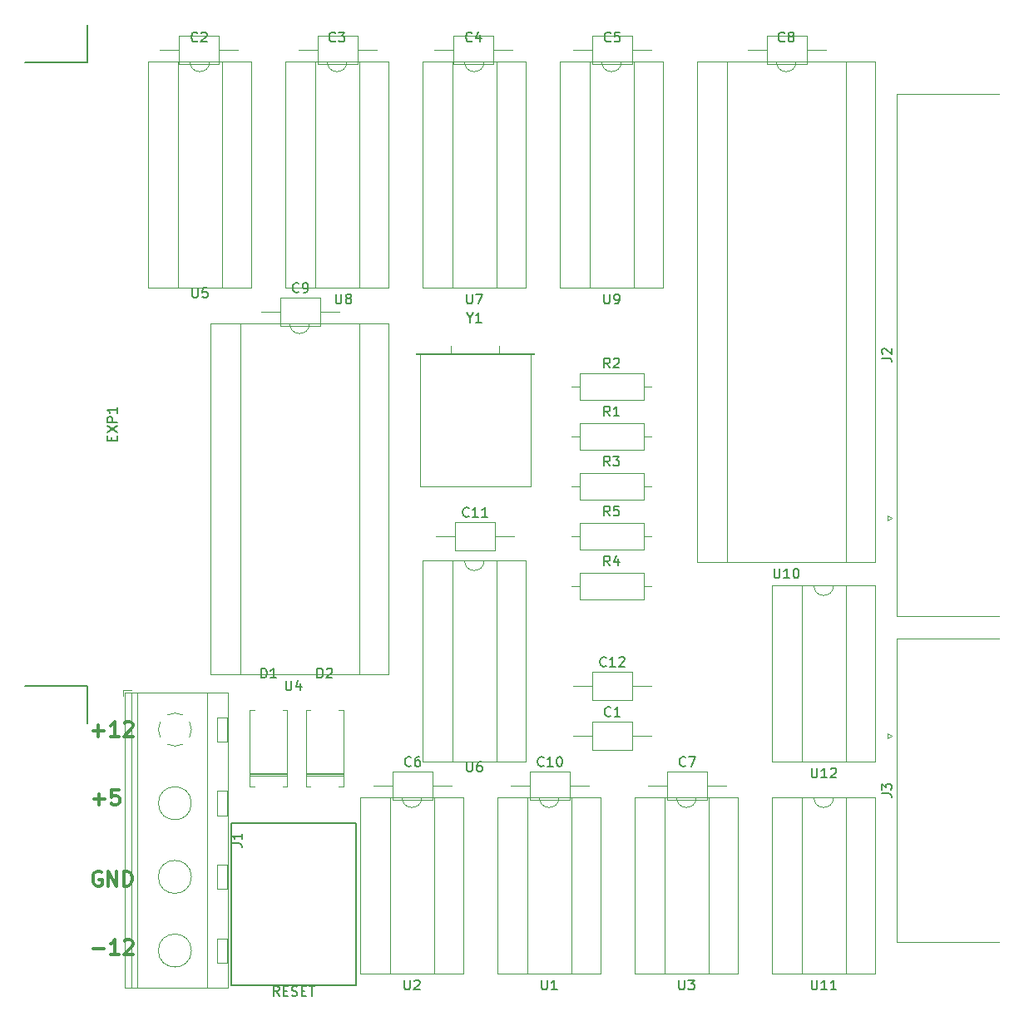
<source format=gbr>
G04 #@! TF.GenerationSoftware,KiCad,Pcbnew,5.1.4+dfsg1-1*
G04 #@! TF.CreationDate,2020-04-11T15:03:04+12:00*
G04 #@! TF.ProjectId,TIM1,54494d31-2e6b-4696-9361-645f70636258,rev?*
G04 #@! TF.SameCoordinates,Original*
G04 #@! TF.FileFunction,Legend,Top*
G04 #@! TF.FilePolarity,Positive*
%FSLAX46Y46*%
G04 Gerber Fmt 4.6, Leading zero omitted, Abs format (unit mm)*
G04 Created by KiCad (PCBNEW 5.1.4+dfsg1-1) date 2020-04-11 15:03:04*
%MOMM*%
%LPD*%
G04 APERTURE LIST*
%ADD10C,0.300000*%
%ADD11C,0.150000*%
%ADD12C,0.120000*%
G04 APERTURE END LIST*
D10*
X130080000Y-123297142D02*
X131222857Y-123297142D01*
X132722857Y-123868571D02*
X131865714Y-123868571D01*
X132294285Y-123868571D02*
X132294285Y-122368571D01*
X132151428Y-122582857D01*
X132008571Y-122725714D01*
X131865714Y-122797142D01*
X133294285Y-122511428D02*
X133365714Y-122440000D01*
X133508571Y-122368571D01*
X133865714Y-122368571D01*
X134008571Y-122440000D01*
X134080000Y-122511428D01*
X134151428Y-122654285D01*
X134151428Y-122797142D01*
X134080000Y-123011428D01*
X133222857Y-123868571D01*
X134151428Y-123868571D01*
X130937142Y-115455000D02*
X130794285Y-115383571D01*
X130580000Y-115383571D01*
X130365714Y-115455000D01*
X130222857Y-115597857D01*
X130151428Y-115740714D01*
X130080000Y-116026428D01*
X130080000Y-116240714D01*
X130151428Y-116526428D01*
X130222857Y-116669285D01*
X130365714Y-116812142D01*
X130580000Y-116883571D01*
X130722857Y-116883571D01*
X130937142Y-116812142D01*
X131008571Y-116740714D01*
X131008571Y-116240714D01*
X130722857Y-116240714D01*
X131651428Y-116883571D02*
X131651428Y-115383571D01*
X132508571Y-116883571D01*
X132508571Y-115383571D01*
X133222857Y-116883571D02*
X133222857Y-115383571D01*
X133580000Y-115383571D01*
X133794285Y-115455000D01*
X133937142Y-115597857D01*
X134008571Y-115740714D01*
X134080000Y-116026428D01*
X134080000Y-116240714D01*
X134008571Y-116526428D01*
X133937142Y-116669285D01*
X133794285Y-116812142D01*
X133580000Y-116883571D01*
X133222857Y-116883571D01*
X130159285Y-108057142D02*
X131302142Y-108057142D01*
X130730714Y-108628571D02*
X130730714Y-107485714D01*
X132730714Y-107128571D02*
X132016428Y-107128571D01*
X131945000Y-107842857D01*
X132016428Y-107771428D01*
X132159285Y-107700000D01*
X132516428Y-107700000D01*
X132659285Y-107771428D01*
X132730714Y-107842857D01*
X132802142Y-107985714D01*
X132802142Y-108342857D01*
X132730714Y-108485714D01*
X132659285Y-108557142D01*
X132516428Y-108628571D01*
X132159285Y-108628571D01*
X132016428Y-108557142D01*
X131945000Y-108485714D01*
X130080000Y-101072142D02*
X131222857Y-101072142D01*
X130651428Y-101643571D02*
X130651428Y-100500714D01*
X132722857Y-101643571D02*
X131865714Y-101643571D01*
X132294285Y-101643571D02*
X132294285Y-100143571D01*
X132151428Y-100357857D01*
X132008571Y-100500714D01*
X131865714Y-100572142D01*
X133294285Y-100286428D02*
X133365714Y-100215000D01*
X133508571Y-100143571D01*
X133865714Y-100143571D01*
X134008571Y-100215000D01*
X134080000Y-100286428D01*
X134151428Y-100429285D01*
X134151428Y-100572142D01*
X134080000Y-100786428D01*
X133222857Y-101643571D01*
X134151428Y-101643571D01*
D11*
X144145000Y-127000000D02*
X144145000Y-110490000D01*
X156845000Y-127000000D02*
X144145000Y-127000000D01*
X156845000Y-110490000D02*
X156845000Y-127000000D01*
X144145000Y-110490000D02*
X156845000Y-110490000D01*
D12*
X133130000Y-96915000D02*
X133130000Y-97515000D01*
X133970000Y-96915000D02*
X133130000Y-96915000D01*
X143731000Y-124715000D02*
X142731000Y-124715000D01*
X143731000Y-122215000D02*
X142731000Y-122215000D01*
X142731000Y-122215000D02*
X142731000Y-124715000D01*
X143731000Y-122215000D02*
X143731000Y-124715000D01*
X143731000Y-117215000D02*
X142731000Y-117215000D01*
X143731000Y-114715000D02*
X142731000Y-114715000D01*
X142731000Y-114715000D02*
X142731000Y-117215000D01*
X143731000Y-114715000D02*
X143731000Y-117215000D01*
X143731000Y-109715000D02*
X142731000Y-109715000D01*
X143731000Y-107215000D02*
X142731000Y-107215000D01*
X142731000Y-107215000D02*
X142731000Y-109715000D01*
X143731000Y-107215000D02*
X143731000Y-109715000D01*
X143731000Y-102215000D02*
X142731000Y-102215000D01*
X143731000Y-99715000D02*
X142731000Y-99715000D01*
X142731000Y-99715000D02*
X142731000Y-102215000D01*
X143731000Y-99715000D02*
X143731000Y-102215000D01*
X143790000Y-127275000D02*
X133370000Y-127275000D01*
X143790000Y-97155000D02*
X133370000Y-97155000D01*
X133370000Y-97155000D02*
X133370000Y-127275000D01*
X143790000Y-97155000D02*
X143790000Y-127275000D01*
X141731000Y-97155000D02*
X141731000Y-127275000D01*
X134630000Y-97155000D02*
X134630000Y-127275000D01*
X134030000Y-97155000D02*
X134030000Y-127275000D01*
X140110000Y-123465000D02*
G75*
G03X140110000Y-123465000I-1680000J0D01*
G01*
X140110000Y-115965000D02*
G75*
G03X140110000Y-115965000I-1680000J0D01*
G01*
X140110000Y-108465000D02*
G75*
G03X140110000Y-108465000I-1680000J0D01*
G01*
X136749550Y-100994383D02*
G75*
G02X136946000Y-100176000I1680450J29383D01*
G01*
X137640912Y-99481047D02*
G75*
G02X139219000Y-99481000I789088J-1483953D01*
G01*
X139913953Y-100175912D02*
G75*
G02X139914000Y-101754000I-1483953J-789088D01*
G01*
X139219088Y-102448953D02*
G75*
G02X137641000Y-102449000I-789088J1483953D01*
G01*
X136946648Y-101753712D02*
G75*
G02X136750000Y-100965000I1483352J788712D01*
G01*
X160190000Y-59570000D02*
X142070000Y-59570000D01*
X160190000Y-95370000D02*
X160190000Y-59570000D01*
X142070000Y-95370000D02*
X160190000Y-95370000D01*
X142070000Y-59570000D02*
X142070000Y-95370000D01*
X157190000Y-59630000D02*
X152130000Y-59630000D01*
X157190000Y-95310000D02*
X157190000Y-59630000D01*
X145070000Y-95310000D02*
X157190000Y-95310000D01*
X145070000Y-59630000D02*
X145070000Y-95310000D01*
X150130000Y-59630000D02*
X145070000Y-59630000D01*
X152130000Y-59630000D02*
G75*
G02X150130000Y-59630000I-1000000J0D01*
G01*
X211408675Y-79430000D02*
X210975662Y-79680000D01*
X210975662Y-79180000D02*
X211408675Y-79430000D01*
X210975662Y-79680000D02*
X210975662Y-79180000D01*
X211870000Y-36200000D02*
X222350000Y-36200000D01*
X211870000Y-89420000D02*
X211870000Y-36200000D01*
X222350000Y-89420000D02*
X211870000Y-89420000D01*
X175000000Y-62760000D02*
X163000000Y-62760000D01*
X175000000Y-62640000D02*
X175000000Y-62760000D01*
X163000000Y-62640000D02*
X175000000Y-62640000D01*
X163000000Y-62760000D02*
X163000000Y-62640000D01*
X171450000Y-61910000D02*
X171450000Y-61910000D01*
X171450000Y-62760000D02*
X171450000Y-61910000D01*
X166550000Y-61910000D02*
X166550000Y-61910000D01*
X166550000Y-62760000D02*
X166550000Y-61910000D01*
X174650000Y-62760000D02*
X163350000Y-62760000D01*
X174650000Y-76160000D02*
X174650000Y-62760000D01*
X163350000Y-76160000D02*
X174650000Y-76160000D01*
X163350000Y-62760000D02*
X163350000Y-76160000D01*
D11*
X123190000Y-96520000D02*
X129540000Y-96520000D01*
X129540000Y-96520000D02*
X129540000Y-100330000D01*
X123190000Y-33020000D02*
X129540000Y-33020000D01*
X129540000Y-33020000D02*
X129540000Y-29210000D01*
D12*
X186920000Y-101600000D02*
X184980000Y-101600000D01*
X179000000Y-101600000D02*
X180940000Y-101600000D01*
X184980000Y-100180000D02*
X180940000Y-100180000D01*
X184980000Y-103020000D02*
X184980000Y-100180000D01*
X180940000Y-103020000D02*
X184980000Y-103020000D01*
X180940000Y-100180000D02*
X180940000Y-103020000D01*
X144850000Y-31750000D02*
X142910000Y-31750000D01*
X136930000Y-31750000D02*
X138870000Y-31750000D01*
X142910000Y-30330000D02*
X138870000Y-30330000D01*
X142910000Y-33170000D02*
X142910000Y-30330000D01*
X138870000Y-33170000D02*
X142910000Y-33170000D01*
X138870000Y-30330000D02*
X138870000Y-33170000D01*
X158980000Y-31750000D02*
X157040000Y-31750000D01*
X151060000Y-31750000D02*
X153000000Y-31750000D01*
X157040000Y-30330000D02*
X153000000Y-30330000D01*
X157040000Y-33170000D02*
X157040000Y-30330000D01*
X153000000Y-33170000D02*
X157040000Y-33170000D01*
X153000000Y-30330000D02*
X153000000Y-33170000D01*
X172790000Y-31750000D02*
X170850000Y-31750000D01*
X164870000Y-31750000D02*
X166810000Y-31750000D01*
X170850000Y-30330000D02*
X166810000Y-30330000D01*
X170850000Y-33170000D02*
X170850000Y-30330000D01*
X166810000Y-33170000D02*
X170850000Y-33170000D01*
X166810000Y-30330000D02*
X166810000Y-33170000D01*
X186920000Y-31750000D02*
X184980000Y-31750000D01*
X179000000Y-31750000D02*
X180940000Y-31750000D01*
X184980000Y-30330000D02*
X180940000Y-30330000D01*
X184980000Y-33170000D02*
X184980000Y-30330000D01*
X180940000Y-33170000D02*
X184980000Y-33170000D01*
X180940000Y-30330000D02*
X180940000Y-33170000D01*
X166600000Y-106680000D02*
X164660000Y-106680000D01*
X158680000Y-106680000D02*
X160620000Y-106680000D01*
X164660000Y-105260000D02*
X160620000Y-105260000D01*
X164660000Y-108100000D02*
X164660000Y-105260000D01*
X160620000Y-108100000D02*
X164660000Y-108100000D01*
X160620000Y-105260000D02*
X160620000Y-108100000D01*
X194540000Y-106680000D02*
X192600000Y-106680000D01*
X186620000Y-106680000D02*
X188560000Y-106680000D01*
X192600000Y-105260000D02*
X188560000Y-105260000D01*
X192600000Y-108100000D02*
X192600000Y-105260000D01*
X188560000Y-108100000D02*
X192600000Y-108100000D01*
X188560000Y-105260000D02*
X188560000Y-108100000D01*
X204700000Y-31750000D02*
X202760000Y-31750000D01*
X196780000Y-31750000D02*
X198720000Y-31750000D01*
X202760000Y-30330000D02*
X198720000Y-30330000D01*
X202760000Y-33170000D02*
X202760000Y-30330000D01*
X198720000Y-33170000D02*
X202760000Y-33170000D01*
X198720000Y-30330000D02*
X198720000Y-33170000D01*
X155170000Y-58420000D02*
X153230000Y-58420000D01*
X147250000Y-58420000D02*
X149190000Y-58420000D01*
X153230000Y-57000000D02*
X149190000Y-57000000D01*
X153230000Y-59840000D02*
X153230000Y-57000000D01*
X149190000Y-59840000D02*
X153230000Y-59840000D01*
X149190000Y-57000000D02*
X149190000Y-59840000D01*
X180570000Y-106680000D02*
X178630000Y-106680000D01*
X172650000Y-106680000D02*
X174590000Y-106680000D01*
X178630000Y-105260000D02*
X174590000Y-105260000D01*
X178630000Y-108100000D02*
X178630000Y-105260000D01*
X174590000Y-108100000D02*
X178630000Y-108100000D01*
X174590000Y-105260000D02*
X174590000Y-108100000D01*
X172950000Y-81280000D02*
X171010000Y-81280000D01*
X165030000Y-81280000D02*
X166970000Y-81280000D01*
X171010000Y-79860000D02*
X166970000Y-79860000D01*
X171010000Y-82700000D02*
X171010000Y-79860000D01*
X166970000Y-82700000D02*
X171010000Y-82700000D01*
X166970000Y-79860000D02*
X166970000Y-82700000D01*
X186920000Y-96520000D02*
X184980000Y-96520000D01*
X179000000Y-96520000D02*
X180940000Y-96520000D01*
X184980000Y-95100000D02*
X180940000Y-95100000D01*
X184980000Y-97940000D02*
X184980000Y-95100000D01*
X180940000Y-97940000D02*
X184980000Y-97940000D01*
X180940000Y-95100000D02*
X180940000Y-97940000D01*
X146035000Y-105650000D02*
X149875000Y-105650000D01*
X146035000Y-105410000D02*
X149875000Y-105410000D01*
X146035000Y-105530000D02*
X149875000Y-105530000D01*
X149875000Y-98950000D02*
X149395000Y-98950000D01*
X149875000Y-106790000D02*
X149875000Y-98950000D01*
X149395000Y-106790000D02*
X149875000Y-106790000D01*
X146035000Y-98950000D02*
X146515000Y-98950000D01*
X146035000Y-106790000D02*
X146035000Y-98950000D01*
X146515000Y-106790000D02*
X146035000Y-106790000D01*
X151750000Y-105650000D02*
X155590000Y-105650000D01*
X151750000Y-105410000D02*
X155590000Y-105410000D01*
X151750000Y-105530000D02*
X155590000Y-105530000D01*
X155590000Y-98950000D02*
X155110000Y-98950000D01*
X155590000Y-106790000D02*
X155590000Y-98950000D01*
X155110000Y-106790000D02*
X155590000Y-106790000D01*
X151750000Y-98950000D02*
X152230000Y-98950000D01*
X151750000Y-106790000D02*
X151750000Y-98950000D01*
X152230000Y-106790000D02*
X151750000Y-106790000D01*
X211408675Y-101600000D02*
X210975662Y-101850000D01*
X210975662Y-101350000D02*
X211408675Y-101600000D01*
X210975662Y-101850000D02*
X210975662Y-101350000D01*
X211870000Y-91655000D02*
X222350000Y-91655000D01*
X211870000Y-122625000D02*
X211870000Y-91655000D01*
X222350000Y-122625000D02*
X211870000Y-122625000D01*
X178840000Y-71120000D02*
X179610000Y-71120000D01*
X186920000Y-71120000D02*
X186150000Y-71120000D01*
X179610000Y-72490000D02*
X186150000Y-72490000D01*
X179610000Y-69750000D02*
X179610000Y-72490000D01*
X186150000Y-69750000D02*
X179610000Y-69750000D01*
X186150000Y-72490000D02*
X186150000Y-69750000D01*
X186920000Y-66040000D02*
X186150000Y-66040000D01*
X178840000Y-66040000D02*
X179610000Y-66040000D01*
X186150000Y-64670000D02*
X179610000Y-64670000D01*
X186150000Y-67410000D02*
X186150000Y-64670000D01*
X179610000Y-67410000D02*
X186150000Y-67410000D01*
X179610000Y-64670000D02*
X179610000Y-67410000D01*
X178840000Y-76200000D02*
X179610000Y-76200000D01*
X186920000Y-76200000D02*
X186150000Y-76200000D01*
X179610000Y-77570000D02*
X186150000Y-77570000D01*
X179610000Y-74830000D02*
X179610000Y-77570000D01*
X186150000Y-74830000D02*
X179610000Y-74830000D01*
X186150000Y-77570000D02*
X186150000Y-74830000D01*
X186920000Y-86360000D02*
X186150000Y-86360000D01*
X178840000Y-86360000D02*
X179610000Y-86360000D01*
X186150000Y-84990000D02*
X179610000Y-84990000D01*
X186150000Y-87730000D02*
X186150000Y-84990000D01*
X179610000Y-87730000D02*
X186150000Y-87730000D01*
X179610000Y-84990000D02*
X179610000Y-87730000D01*
X178840000Y-81280000D02*
X179610000Y-81280000D01*
X186920000Y-81280000D02*
X186150000Y-81280000D01*
X179610000Y-82650000D02*
X186150000Y-82650000D01*
X179610000Y-79910000D02*
X179610000Y-82650000D01*
X186150000Y-79910000D02*
X179610000Y-79910000D01*
X186150000Y-82650000D02*
X186150000Y-79910000D01*
X181780000Y-107830000D02*
X171280000Y-107830000D01*
X181780000Y-125850000D02*
X181780000Y-107830000D01*
X171280000Y-125850000D02*
X181780000Y-125850000D01*
X171280000Y-107830000D02*
X171280000Y-125850000D01*
X178780000Y-107890000D02*
X177530000Y-107890000D01*
X178780000Y-125790000D02*
X178780000Y-107890000D01*
X174280000Y-125790000D02*
X178780000Y-125790000D01*
X174280000Y-107890000D02*
X174280000Y-125790000D01*
X175530000Y-107890000D02*
X174280000Y-107890000D01*
X177530000Y-107890000D02*
G75*
G02X175530000Y-107890000I-1000000J0D01*
G01*
X167810000Y-107830000D02*
X157310000Y-107830000D01*
X167810000Y-125850000D02*
X167810000Y-107830000D01*
X157310000Y-125850000D02*
X167810000Y-125850000D01*
X157310000Y-107830000D02*
X157310000Y-125850000D01*
X164810000Y-107890000D02*
X163560000Y-107890000D01*
X164810000Y-125790000D02*
X164810000Y-107890000D01*
X160310000Y-125790000D02*
X164810000Y-125790000D01*
X160310000Y-107890000D02*
X160310000Y-125790000D01*
X161560000Y-107890000D02*
X160310000Y-107890000D01*
X163560000Y-107890000D02*
G75*
G02X161560000Y-107890000I-1000000J0D01*
G01*
X195750000Y-107830000D02*
X185250000Y-107830000D01*
X195750000Y-125850000D02*
X195750000Y-107830000D01*
X185250000Y-125850000D02*
X195750000Y-125850000D01*
X185250000Y-107830000D02*
X185250000Y-125850000D01*
X192750000Y-107890000D02*
X191500000Y-107890000D01*
X192750000Y-125790000D02*
X192750000Y-107890000D01*
X188250000Y-125790000D02*
X192750000Y-125790000D01*
X188250000Y-107890000D02*
X188250000Y-125790000D01*
X189500000Y-107890000D02*
X188250000Y-107890000D01*
X191500000Y-107890000D02*
G75*
G02X189500000Y-107890000I-1000000J0D01*
G01*
X146220000Y-32900000D02*
X135720000Y-32900000D01*
X146220000Y-56000000D02*
X146220000Y-32900000D01*
X135720000Y-56000000D02*
X146220000Y-56000000D01*
X135720000Y-32900000D02*
X135720000Y-56000000D01*
X143220000Y-32960000D02*
X141970000Y-32960000D01*
X143220000Y-55940000D02*
X143220000Y-32960000D01*
X138720000Y-55940000D02*
X143220000Y-55940000D01*
X138720000Y-32960000D02*
X138720000Y-55940000D01*
X139970000Y-32960000D02*
X138720000Y-32960000D01*
X141970000Y-32960000D02*
G75*
G02X139970000Y-32960000I-1000000J0D01*
G01*
X174160000Y-83700000D02*
X163660000Y-83700000D01*
X174160000Y-104260000D02*
X174160000Y-83700000D01*
X163660000Y-104260000D02*
X174160000Y-104260000D01*
X163660000Y-83700000D02*
X163660000Y-104260000D01*
X171160000Y-83760000D02*
X169910000Y-83760000D01*
X171160000Y-104200000D02*
X171160000Y-83760000D01*
X166660000Y-104200000D02*
X171160000Y-104200000D01*
X166660000Y-83760000D02*
X166660000Y-104200000D01*
X167910000Y-83760000D02*
X166660000Y-83760000D01*
X169910000Y-83760000D02*
G75*
G02X167910000Y-83760000I-1000000J0D01*
G01*
X174160000Y-32900000D02*
X163660000Y-32900000D01*
X174160000Y-56000000D02*
X174160000Y-32900000D01*
X163660000Y-56000000D02*
X174160000Y-56000000D01*
X163660000Y-32900000D02*
X163660000Y-56000000D01*
X171160000Y-32960000D02*
X169910000Y-32960000D01*
X171160000Y-55940000D02*
X171160000Y-32960000D01*
X166660000Y-55940000D02*
X171160000Y-55940000D01*
X166660000Y-32960000D02*
X166660000Y-55940000D01*
X167910000Y-32960000D02*
X166660000Y-32960000D01*
X169910000Y-32960000D02*
G75*
G02X167910000Y-32960000I-1000000J0D01*
G01*
X160190000Y-32900000D02*
X149690000Y-32900000D01*
X160190000Y-56000000D02*
X160190000Y-32900000D01*
X149690000Y-56000000D02*
X160190000Y-56000000D01*
X149690000Y-32900000D02*
X149690000Y-56000000D01*
X157190000Y-32960000D02*
X155940000Y-32960000D01*
X157190000Y-55940000D02*
X157190000Y-32960000D01*
X152690000Y-55940000D02*
X157190000Y-55940000D01*
X152690000Y-32960000D02*
X152690000Y-55940000D01*
X153940000Y-32960000D02*
X152690000Y-32960000D01*
X155940000Y-32960000D02*
G75*
G02X153940000Y-32960000I-1000000J0D01*
G01*
X188130000Y-32900000D02*
X177630000Y-32900000D01*
X188130000Y-56000000D02*
X188130000Y-32900000D01*
X177630000Y-56000000D02*
X188130000Y-56000000D01*
X177630000Y-32900000D02*
X177630000Y-56000000D01*
X185130000Y-32960000D02*
X183880000Y-32960000D01*
X185130000Y-55940000D02*
X185130000Y-32960000D01*
X180630000Y-55940000D02*
X185130000Y-55940000D01*
X180630000Y-32960000D02*
X180630000Y-55940000D01*
X181880000Y-32960000D02*
X180630000Y-32960000D01*
X183880000Y-32960000D02*
G75*
G02X181880000Y-32960000I-1000000J0D01*
G01*
X209720000Y-32900000D02*
X191600000Y-32900000D01*
X209720000Y-83940000D02*
X209720000Y-32900000D01*
X191600000Y-83940000D02*
X209720000Y-83940000D01*
X191600000Y-32900000D02*
X191600000Y-83940000D01*
X206720000Y-32960000D02*
X201660000Y-32960000D01*
X206720000Y-83880000D02*
X206720000Y-32960000D01*
X194600000Y-83880000D02*
X206720000Y-83880000D01*
X194600000Y-32960000D02*
X194600000Y-83880000D01*
X199660000Y-32960000D02*
X194600000Y-32960000D01*
X201660000Y-32960000D02*
G75*
G02X199660000Y-32960000I-1000000J0D01*
G01*
X209720000Y-107830000D02*
X199220000Y-107830000D01*
X209720000Y-125850000D02*
X209720000Y-107830000D01*
X199220000Y-125850000D02*
X209720000Y-125850000D01*
X199220000Y-107830000D02*
X199220000Y-125850000D01*
X206720000Y-107890000D02*
X205470000Y-107890000D01*
X206720000Y-125790000D02*
X206720000Y-107890000D01*
X202220000Y-125790000D02*
X206720000Y-125790000D01*
X202220000Y-107890000D02*
X202220000Y-125790000D01*
X203470000Y-107890000D02*
X202220000Y-107890000D01*
X205470000Y-107890000D02*
G75*
G02X203470000Y-107890000I-1000000J0D01*
G01*
X209720000Y-86240000D02*
X199220000Y-86240000D01*
X209720000Y-104260000D02*
X209720000Y-86240000D01*
X199220000Y-104260000D02*
X209720000Y-104260000D01*
X199220000Y-86240000D02*
X199220000Y-104260000D01*
X206720000Y-86300000D02*
X205470000Y-86300000D01*
X206720000Y-104200000D02*
X206720000Y-86300000D01*
X202220000Y-104200000D02*
X206720000Y-104200000D01*
X202220000Y-86300000D02*
X202220000Y-104200000D01*
X203470000Y-86300000D02*
X202220000Y-86300000D01*
X205470000Y-86300000D02*
G75*
G02X203470000Y-86300000I-1000000J0D01*
G01*
D11*
X149042619Y-128087380D02*
X148709285Y-127611190D01*
X148471190Y-128087380D02*
X148471190Y-127087380D01*
X148852142Y-127087380D01*
X148947380Y-127135000D01*
X148995000Y-127182619D01*
X149042619Y-127277857D01*
X149042619Y-127420714D01*
X148995000Y-127515952D01*
X148947380Y-127563571D01*
X148852142Y-127611190D01*
X148471190Y-127611190D01*
X149471190Y-127563571D02*
X149804523Y-127563571D01*
X149947380Y-128087380D02*
X149471190Y-128087380D01*
X149471190Y-127087380D01*
X149947380Y-127087380D01*
X150328333Y-128039761D02*
X150471190Y-128087380D01*
X150709285Y-128087380D01*
X150804523Y-128039761D01*
X150852142Y-127992142D01*
X150899761Y-127896904D01*
X150899761Y-127801666D01*
X150852142Y-127706428D01*
X150804523Y-127658809D01*
X150709285Y-127611190D01*
X150518809Y-127563571D01*
X150423571Y-127515952D01*
X150375952Y-127468333D01*
X150328333Y-127373095D01*
X150328333Y-127277857D01*
X150375952Y-127182619D01*
X150423571Y-127135000D01*
X150518809Y-127087380D01*
X150756904Y-127087380D01*
X150899761Y-127135000D01*
X151328333Y-127563571D02*
X151661666Y-127563571D01*
X151804523Y-128087380D02*
X151328333Y-128087380D01*
X151328333Y-127087380D01*
X151804523Y-127087380D01*
X152090238Y-127087380D02*
X152661666Y-127087380D01*
X152375952Y-128087380D02*
X152375952Y-127087380D01*
X144242380Y-112548333D02*
X144956666Y-112548333D01*
X145099523Y-112595952D01*
X145194761Y-112691190D01*
X145242380Y-112834047D01*
X145242380Y-112929285D01*
X145242380Y-111548333D02*
X145242380Y-112119761D01*
X145242380Y-111834047D02*
X144242380Y-111834047D01*
X144385238Y-111929285D01*
X144480476Y-112024523D01*
X144528095Y-112119761D01*
X149733095Y-95972380D02*
X149733095Y-96781904D01*
X149780714Y-96877142D01*
X149828333Y-96924761D01*
X149923571Y-96972380D01*
X150114047Y-96972380D01*
X150209285Y-96924761D01*
X150256904Y-96877142D01*
X150304523Y-96781904D01*
X150304523Y-95972380D01*
X151209285Y-96305714D02*
X151209285Y-96972380D01*
X150971190Y-95924761D02*
X150733095Y-96639047D01*
X151352142Y-96639047D01*
X210382380Y-63143333D02*
X211096666Y-63143333D01*
X211239523Y-63190952D01*
X211334761Y-63286190D01*
X211382380Y-63429047D01*
X211382380Y-63524285D01*
X210477619Y-62714761D02*
X210430000Y-62667142D01*
X210382380Y-62571904D01*
X210382380Y-62333809D01*
X210430000Y-62238571D01*
X210477619Y-62190952D01*
X210572857Y-62143333D01*
X210668095Y-62143333D01*
X210810952Y-62190952D01*
X211382380Y-62762380D01*
X211382380Y-62143333D01*
X168433809Y-59031190D02*
X168433809Y-59507380D01*
X168100476Y-58507380D02*
X168433809Y-59031190D01*
X168767142Y-58507380D01*
X169624285Y-59507380D02*
X169052857Y-59507380D01*
X169338571Y-59507380D02*
X169338571Y-58507380D01*
X169243333Y-58650238D01*
X169148095Y-58745476D01*
X169052857Y-58793095D01*
X132008571Y-71516666D02*
X132008571Y-71183333D01*
X132532380Y-71040476D02*
X132532380Y-71516666D01*
X131532380Y-71516666D01*
X131532380Y-71040476D01*
X131532380Y-70707142D02*
X132532380Y-70040476D01*
X131532380Y-70040476D02*
X132532380Y-70707142D01*
X132532380Y-69659523D02*
X131532380Y-69659523D01*
X131532380Y-69278571D01*
X131580000Y-69183333D01*
X131627619Y-69135714D01*
X131722857Y-69088095D01*
X131865714Y-69088095D01*
X131960952Y-69135714D01*
X132008571Y-69183333D01*
X132056190Y-69278571D01*
X132056190Y-69659523D01*
X132532380Y-68135714D02*
X132532380Y-68707142D01*
X132532380Y-68421428D02*
X131532380Y-68421428D01*
X131675238Y-68516666D01*
X131770476Y-68611904D01*
X131818095Y-68707142D01*
X182793333Y-99537142D02*
X182745714Y-99584761D01*
X182602857Y-99632380D01*
X182507619Y-99632380D01*
X182364761Y-99584761D01*
X182269523Y-99489523D01*
X182221904Y-99394285D01*
X182174285Y-99203809D01*
X182174285Y-99060952D01*
X182221904Y-98870476D01*
X182269523Y-98775238D01*
X182364761Y-98680000D01*
X182507619Y-98632380D01*
X182602857Y-98632380D01*
X182745714Y-98680000D01*
X182793333Y-98727619D01*
X183745714Y-99632380D02*
X183174285Y-99632380D01*
X183460000Y-99632380D02*
X183460000Y-98632380D01*
X183364761Y-98775238D01*
X183269523Y-98870476D01*
X183174285Y-98918095D01*
X140723333Y-30837142D02*
X140675714Y-30884761D01*
X140532857Y-30932380D01*
X140437619Y-30932380D01*
X140294761Y-30884761D01*
X140199523Y-30789523D01*
X140151904Y-30694285D01*
X140104285Y-30503809D01*
X140104285Y-30360952D01*
X140151904Y-30170476D01*
X140199523Y-30075238D01*
X140294761Y-29980000D01*
X140437619Y-29932380D01*
X140532857Y-29932380D01*
X140675714Y-29980000D01*
X140723333Y-30027619D01*
X141104285Y-30027619D02*
X141151904Y-29980000D01*
X141247142Y-29932380D01*
X141485238Y-29932380D01*
X141580476Y-29980000D01*
X141628095Y-30027619D01*
X141675714Y-30122857D01*
X141675714Y-30218095D01*
X141628095Y-30360952D01*
X141056666Y-30932380D01*
X141675714Y-30932380D01*
X154773333Y-30837142D02*
X154725714Y-30884761D01*
X154582857Y-30932380D01*
X154487619Y-30932380D01*
X154344761Y-30884761D01*
X154249523Y-30789523D01*
X154201904Y-30694285D01*
X154154285Y-30503809D01*
X154154285Y-30360952D01*
X154201904Y-30170476D01*
X154249523Y-30075238D01*
X154344761Y-29980000D01*
X154487619Y-29932380D01*
X154582857Y-29932380D01*
X154725714Y-29980000D01*
X154773333Y-30027619D01*
X155106666Y-29932380D02*
X155725714Y-29932380D01*
X155392380Y-30313333D01*
X155535238Y-30313333D01*
X155630476Y-30360952D01*
X155678095Y-30408571D01*
X155725714Y-30503809D01*
X155725714Y-30741904D01*
X155678095Y-30837142D01*
X155630476Y-30884761D01*
X155535238Y-30932380D01*
X155249523Y-30932380D01*
X155154285Y-30884761D01*
X155106666Y-30837142D01*
X168663333Y-30837142D02*
X168615714Y-30884761D01*
X168472857Y-30932380D01*
X168377619Y-30932380D01*
X168234761Y-30884761D01*
X168139523Y-30789523D01*
X168091904Y-30694285D01*
X168044285Y-30503809D01*
X168044285Y-30360952D01*
X168091904Y-30170476D01*
X168139523Y-30075238D01*
X168234761Y-29980000D01*
X168377619Y-29932380D01*
X168472857Y-29932380D01*
X168615714Y-29980000D01*
X168663333Y-30027619D01*
X169520476Y-30265714D02*
X169520476Y-30932380D01*
X169282380Y-29884761D02*
X169044285Y-30599047D01*
X169663333Y-30599047D01*
X182793333Y-30837142D02*
X182745714Y-30884761D01*
X182602857Y-30932380D01*
X182507619Y-30932380D01*
X182364761Y-30884761D01*
X182269523Y-30789523D01*
X182221904Y-30694285D01*
X182174285Y-30503809D01*
X182174285Y-30360952D01*
X182221904Y-30170476D01*
X182269523Y-30075238D01*
X182364761Y-29980000D01*
X182507619Y-29932380D01*
X182602857Y-29932380D01*
X182745714Y-29980000D01*
X182793333Y-30027619D01*
X183698095Y-29932380D02*
X183221904Y-29932380D01*
X183174285Y-30408571D01*
X183221904Y-30360952D01*
X183317142Y-30313333D01*
X183555238Y-30313333D01*
X183650476Y-30360952D01*
X183698095Y-30408571D01*
X183745714Y-30503809D01*
X183745714Y-30741904D01*
X183698095Y-30837142D01*
X183650476Y-30884761D01*
X183555238Y-30932380D01*
X183317142Y-30932380D01*
X183221904Y-30884761D01*
X183174285Y-30837142D01*
X162473333Y-104617142D02*
X162425714Y-104664761D01*
X162282857Y-104712380D01*
X162187619Y-104712380D01*
X162044761Y-104664761D01*
X161949523Y-104569523D01*
X161901904Y-104474285D01*
X161854285Y-104283809D01*
X161854285Y-104140952D01*
X161901904Y-103950476D01*
X161949523Y-103855238D01*
X162044761Y-103760000D01*
X162187619Y-103712380D01*
X162282857Y-103712380D01*
X162425714Y-103760000D01*
X162473333Y-103807619D01*
X163330476Y-103712380D02*
X163140000Y-103712380D01*
X163044761Y-103760000D01*
X162997142Y-103807619D01*
X162901904Y-103950476D01*
X162854285Y-104140952D01*
X162854285Y-104521904D01*
X162901904Y-104617142D01*
X162949523Y-104664761D01*
X163044761Y-104712380D01*
X163235238Y-104712380D01*
X163330476Y-104664761D01*
X163378095Y-104617142D01*
X163425714Y-104521904D01*
X163425714Y-104283809D01*
X163378095Y-104188571D01*
X163330476Y-104140952D01*
X163235238Y-104093333D01*
X163044761Y-104093333D01*
X162949523Y-104140952D01*
X162901904Y-104188571D01*
X162854285Y-104283809D01*
X190413333Y-104617142D02*
X190365714Y-104664761D01*
X190222857Y-104712380D01*
X190127619Y-104712380D01*
X189984761Y-104664761D01*
X189889523Y-104569523D01*
X189841904Y-104474285D01*
X189794285Y-104283809D01*
X189794285Y-104140952D01*
X189841904Y-103950476D01*
X189889523Y-103855238D01*
X189984761Y-103760000D01*
X190127619Y-103712380D01*
X190222857Y-103712380D01*
X190365714Y-103760000D01*
X190413333Y-103807619D01*
X190746666Y-103712380D02*
X191413333Y-103712380D01*
X190984761Y-104712380D01*
X200493333Y-30837142D02*
X200445714Y-30884761D01*
X200302857Y-30932380D01*
X200207619Y-30932380D01*
X200064761Y-30884761D01*
X199969523Y-30789523D01*
X199921904Y-30694285D01*
X199874285Y-30503809D01*
X199874285Y-30360952D01*
X199921904Y-30170476D01*
X199969523Y-30075238D01*
X200064761Y-29980000D01*
X200207619Y-29932380D01*
X200302857Y-29932380D01*
X200445714Y-29980000D01*
X200493333Y-30027619D01*
X201064761Y-30360952D02*
X200969523Y-30313333D01*
X200921904Y-30265714D01*
X200874285Y-30170476D01*
X200874285Y-30122857D01*
X200921904Y-30027619D01*
X200969523Y-29980000D01*
X201064761Y-29932380D01*
X201255238Y-29932380D01*
X201350476Y-29980000D01*
X201398095Y-30027619D01*
X201445714Y-30122857D01*
X201445714Y-30170476D01*
X201398095Y-30265714D01*
X201350476Y-30313333D01*
X201255238Y-30360952D01*
X201064761Y-30360952D01*
X200969523Y-30408571D01*
X200921904Y-30456190D01*
X200874285Y-30551428D01*
X200874285Y-30741904D01*
X200921904Y-30837142D01*
X200969523Y-30884761D01*
X201064761Y-30932380D01*
X201255238Y-30932380D01*
X201350476Y-30884761D01*
X201398095Y-30837142D01*
X201445714Y-30741904D01*
X201445714Y-30551428D01*
X201398095Y-30456190D01*
X201350476Y-30408571D01*
X201255238Y-30360952D01*
X151043333Y-56357142D02*
X150995714Y-56404761D01*
X150852857Y-56452380D01*
X150757619Y-56452380D01*
X150614761Y-56404761D01*
X150519523Y-56309523D01*
X150471904Y-56214285D01*
X150424285Y-56023809D01*
X150424285Y-55880952D01*
X150471904Y-55690476D01*
X150519523Y-55595238D01*
X150614761Y-55500000D01*
X150757619Y-55452380D01*
X150852857Y-55452380D01*
X150995714Y-55500000D01*
X151043333Y-55547619D01*
X151519523Y-56452380D02*
X151710000Y-56452380D01*
X151805238Y-56404761D01*
X151852857Y-56357142D01*
X151948095Y-56214285D01*
X151995714Y-56023809D01*
X151995714Y-55642857D01*
X151948095Y-55547619D01*
X151900476Y-55500000D01*
X151805238Y-55452380D01*
X151614761Y-55452380D01*
X151519523Y-55500000D01*
X151471904Y-55547619D01*
X151424285Y-55642857D01*
X151424285Y-55880952D01*
X151471904Y-55976190D01*
X151519523Y-56023809D01*
X151614761Y-56071428D01*
X151805238Y-56071428D01*
X151900476Y-56023809D01*
X151948095Y-55976190D01*
X151995714Y-55880952D01*
X175967142Y-104617142D02*
X175919523Y-104664761D01*
X175776666Y-104712380D01*
X175681428Y-104712380D01*
X175538571Y-104664761D01*
X175443333Y-104569523D01*
X175395714Y-104474285D01*
X175348095Y-104283809D01*
X175348095Y-104140952D01*
X175395714Y-103950476D01*
X175443333Y-103855238D01*
X175538571Y-103760000D01*
X175681428Y-103712380D01*
X175776666Y-103712380D01*
X175919523Y-103760000D01*
X175967142Y-103807619D01*
X176919523Y-104712380D02*
X176348095Y-104712380D01*
X176633809Y-104712380D02*
X176633809Y-103712380D01*
X176538571Y-103855238D01*
X176443333Y-103950476D01*
X176348095Y-103998095D01*
X177538571Y-103712380D02*
X177633809Y-103712380D01*
X177729047Y-103760000D01*
X177776666Y-103807619D01*
X177824285Y-103902857D01*
X177871904Y-104093333D01*
X177871904Y-104331428D01*
X177824285Y-104521904D01*
X177776666Y-104617142D01*
X177729047Y-104664761D01*
X177633809Y-104712380D01*
X177538571Y-104712380D01*
X177443333Y-104664761D01*
X177395714Y-104617142D01*
X177348095Y-104521904D01*
X177300476Y-104331428D01*
X177300476Y-104093333D01*
X177348095Y-103902857D01*
X177395714Y-103807619D01*
X177443333Y-103760000D01*
X177538571Y-103712380D01*
X168347142Y-79217142D02*
X168299523Y-79264761D01*
X168156666Y-79312380D01*
X168061428Y-79312380D01*
X167918571Y-79264761D01*
X167823333Y-79169523D01*
X167775714Y-79074285D01*
X167728095Y-78883809D01*
X167728095Y-78740952D01*
X167775714Y-78550476D01*
X167823333Y-78455238D01*
X167918571Y-78360000D01*
X168061428Y-78312380D01*
X168156666Y-78312380D01*
X168299523Y-78360000D01*
X168347142Y-78407619D01*
X169299523Y-79312380D02*
X168728095Y-79312380D01*
X169013809Y-79312380D02*
X169013809Y-78312380D01*
X168918571Y-78455238D01*
X168823333Y-78550476D01*
X168728095Y-78598095D01*
X170251904Y-79312380D02*
X169680476Y-79312380D01*
X169966190Y-79312380D02*
X169966190Y-78312380D01*
X169870952Y-78455238D01*
X169775714Y-78550476D01*
X169680476Y-78598095D01*
X182317142Y-94457142D02*
X182269523Y-94504761D01*
X182126666Y-94552380D01*
X182031428Y-94552380D01*
X181888571Y-94504761D01*
X181793333Y-94409523D01*
X181745714Y-94314285D01*
X181698095Y-94123809D01*
X181698095Y-93980952D01*
X181745714Y-93790476D01*
X181793333Y-93695238D01*
X181888571Y-93600000D01*
X182031428Y-93552380D01*
X182126666Y-93552380D01*
X182269523Y-93600000D01*
X182317142Y-93647619D01*
X183269523Y-94552380D02*
X182698095Y-94552380D01*
X182983809Y-94552380D02*
X182983809Y-93552380D01*
X182888571Y-93695238D01*
X182793333Y-93790476D01*
X182698095Y-93838095D01*
X183650476Y-93647619D02*
X183698095Y-93600000D01*
X183793333Y-93552380D01*
X184031428Y-93552380D01*
X184126666Y-93600000D01*
X184174285Y-93647619D01*
X184221904Y-93742857D01*
X184221904Y-93838095D01*
X184174285Y-93980952D01*
X183602857Y-94552380D01*
X184221904Y-94552380D01*
X147216904Y-95702380D02*
X147216904Y-94702380D01*
X147455000Y-94702380D01*
X147597857Y-94750000D01*
X147693095Y-94845238D01*
X147740714Y-94940476D01*
X147788333Y-95130952D01*
X147788333Y-95273809D01*
X147740714Y-95464285D01*
X147693095Y-95559523D01*
X147597857Y-95654761D01*
X147455000Y-95702380D01*
X147216904Y-95702380D01*
X148740714Y-95702380D02*
X148169285Y-95702380D01*
X148455000Y-95702380D02*
X148455000Y-94702380D01*
X148359761Y-94845238D01*
X148264523Y-94940476D01*
X148169285Y-94988095D01*
X152931904Y-95702380D02*
X152931904Y-94702380D01*
X153170000Y-94702380D01*
X153312857Y-94750000D01*
X153408095Y-94845238D01*
X153455714Y-94940476D01*
X153503333Y-95130952D01*
X153503333Y-95273809D01*
X153455714Y-95464285D01*
X153408095Y-95559523D01*
X153312857Y-95654761D01*
X153170000Y-95702380D01*
X152931904Y-95702380D01*
X153884285Y-94797619D02*
X153931904Y-94750000D01*
X154027142Y-94702380D01*
X154265238Y-94702380D01*
X154360476Y-94750000D01*
X154408095Y-94797619D01*
X154455714Y-94892857D01*
X154455714Y-94988095D01*
X154408095Y-95130952D01*
X153836666Y-95702380D01*
X154455714Y-95702380D01*
X210382380Y-107473333D02*
X211096666Y-107473333D01*
X211239523Y-107520952D01*
X211334761Y-107616190D01*
X211382380Y-107759047D01*
X211382380Y-107854285D01*
X210382380Y-107092380D02*
X210382380Y-106473333D01*
X210763333Y-106806666D01*
X210763333Y-106663809D01*
X210810952Y-106568571D01*
X210858571Y-106520952D01*
X210953809Y-106473333D01*
X211191904Y-106473333D01*
X211287142Y-106520952D01*
X211334761Y-106568571D01*
X211382380Y-106663809D01*
X211382380Y-106949523D01*
X211334761Y-107044761D01*
X211287142Y-107092380D01*
X182713333Y-69032380D02*
X182380000Y-68556190D01*
X182141904Y-69032380D02*
X182141904Y-68032380D01*
X182522857Y-68032380D01*
X182618095Y-68080000D01*
X182665714Y-68127619D01*
X182713333Y-68222857D01*
X182713333Y-68365714D01*
X182665714Y-68460952D01*
X182618095Y-68508571D01*
X182522857Y-68556190D01*
X182141904Y-68556190D01*
X183665714Y-69032380D02*
X183094285Y-69032380D01*
X183380000Y-69032380D02*
X183380000Y-68032380D01*
X183284761Y-68175238D01*
X183189523Y-68270476D01*
X183094285Y-68318095D01*
X182713333Y-64122380D02*
X182380000Y-63646190D01*
X182141904Y-64122380D02*
X182141904Y-63122380D01*
X182522857Y-63122380D01*
X182618095Y-63170000D01*
X182665714Y-63217619D01*
X182713333Y-63312857D01*
X182713333Y-63455714D01*
X182665714Y-63550952D01*
X182618095Y-63598571D01*
X182522857Y-63646190D01*
X182141904Y-63646190D01*
X183094285Y-63217619D02*
X183141904Y-63170000D01*
X183237142Y-63122380D01*
X183475238Y-63122380D01*
X183570476Y-63170000D01*
X183618095Y-63217619D01*
X183665714Y-63312857D01*
X183665714Y-63408095D01*
X183618095Y-63550952D01*
X183046666Y-64122380D01*
X183665714Y-64122380D01*
X182713333Y-74112380D02*
X182380000Y-73636190D01*
X182141904Y-74112380D02*
X182141904Y-73112380D01*
X182522857Y-73112380D01*
X182618095Y-73160000D01*
X182665714Y-73207619D01*
X182713333Y-73302857D01*
X182713333Y-73445714D01*
X182665714Y-73540952D01*
X182618095Y-73588571D01*
X182522857Y-73636190D01*
X182141904Y-73636190D01*
X183046666Y-73112380D02*
X183665714Y-73112380D01*
X183332380Y-73493333D01*
X183475238Y-73493333D01*
X183570476Y-73540952D01*
X183618095Y-73588571D01*
X183665714Y-73683809D01*
X183665714Y-73921904D01*
X183618095Y-74017142D01*
X183570476Y-74064761D01*
X183475238Y-74112380D01*
X183189523Y-74112380D01*
X183094285Y-74064761D01*
X183046666Y-74017142D01*
X182713333Y-84272380D02*
X182380000Y-83796190D01*
X182141904Y-84272380D02*
X182141904Y-83272380D01*
X182522857Y-83272380D01*
X182618095Y-83320000D01*
X182665714Y-83367619D01*
X182713333Y-83462857D01*
X182713333Y-83605714D01*
X182665714Y-83700952D01*
X182618095Y-83748571D01*
X182522857Y-83796190D01*
X182141904Y-83796190D01*
X183570476Y-83605714D02*
X183570476Y-84272380D01*
X183332380Y-83224761D02*
X183094285Y-83939047D01*
X183713333Y-83939047D01*
X182713333Y-79192380D02*
X182380000Y-78716190D01*
X182141904Y-79192380D02*
X182141904Y-78192380D01*
X182522857Y-78192380D01*
X182618095Y-78240000D01*
X182665714Y-78287619D01*
X182713333Y-78382857D01*
X182713333Y-78525714D01*
X182665714Y-78620952D01*
X182618095Y-78668571D01*
X182522857Y-78716190D01*
X182141904Y-78716190D01*
X183618095Y-78192380D02*
X183141904Y-78192380D01*
X183094285Y-78668571D01*
X183141904Y-78620952D01*
X183237142Y-78573333D01*
X183475238Y-78573333D01*
X183570476Y-78620952D01*
X183618095Y-78668571D01*
X183665714Y-78763809D01*
X183665714Y-79001904D01*
X183618095Y-79097142D01*
X183570476Y-79144761D01*
X183475238Y-79192380D01*
X183237142Y-79192380D01*
X183141904Y-79144761D01*
X183094285Y-79097142D01*
X175768095Y-126452380D02*
X175768095Y-127261904D01*
X175815714Y-127357142D01*
X175863333Y-127404761D01*
X175958571Y-127452380D01*
X176149047Y-127452380D01*
X176244285Y-127404761D01*
X176291904Y-127357142D01*
X176339523Y-127261904D01*
X176339523Y-126452380D01*
X177339523Y-127452380D02*
X176768095Y-127452380D01*
X177053809Y-127452380D02*
X177053809Y-126452380D01*
X176958571Y-126595238D01*
X176863333Y-126690476D01*
X176768095Y-126738095D01*
X161798095Y-126452380D02*
X161798095Y-127261904D01*
X161845714Y-127357142D01*
X161893333Y-127404761D01*
X161988571Y-127452380D01*
X162179047Y-127452380D01*
X162274285Y-127404761D01*
X162321904Y-127357142D01*
X162369523Y-127261904D01*
X162369523Y-126452380D01*
X162798095Y-126547619D02*
X162845714Y-126500000D01*
X162940952Y-126452380D01*
X163179047Y-126452380D01*
X163274285Y-126500000D01*
X163321904Y-126547619D01*
X163369523Y-126642857D01*
X163369523Y-126738095D01*
X163321904Y-126880952D01*
X162750476Y-127452380D01*
X163369523Y-127452380D01*
X189738095Y-126452380D02*
X189738095Y-127261904D01*
X189785714Y-127357142D01*
X189833333Y-127404761D01*
X189928571Y-127452380D01*
X190119047Y-127452380D01*
X190214285Y-127404761D01*
X190261904Y-127357142D01*
X190309523Y-127261904D01*
X190309523Y-126452380D01*
X190690476Y-126452380D02*
X191309523Y-126452380D01*
X190976190Y-126833333D01*
X191119047Y-126833333D01*
X191214285Y-126880952D01*
X191261904Y-126928571D01*
X191309523Y-127023809D01*
X191309523Y-127261904D01*
X191261904Y-127357142D01*
X191214285Y-127404761D01*
X191119047Y-127452380D01*
X190833333Y-127452380D01*
X190738095Y-127404761D01*
X190690476Y-127357142D01*
X140208095Y-55967380D02*
X140208095Y-56776904D01*
X140255714Y-56872142D01*
X140303333Y-56919761D01*
X140398571Y-56967380D01*
X140589047Y-56967380D01*
X140684285Y-56919761D01*
X140731904Y-56872142D01*
X140779523Y-56776904D01*
X140779523Y-55967380D01*
X141731904Y-55967380D02*
X141255714Y-55967380D01*
X141208095Y-56443571D01*
X141255714Y-56395952D01*
X141350952Y-56348333D01*
X141589047Y-56348333D01*
X141684285Y-56395952D01*
X141731904Y-56443571D01*
X141779523Y-56538809D01*
X141779523Y-56776904D01*
X141731904Y-56872142D01*
X141684285Y-56919761D01*
X141589047Y-56967380D01*
X141350952Y-56967380D01*
X141255714Y-56919761D01*
X141208095Y-56872142D01*
X168148095Y-104227380D02*
X168148095Y-105036904D01*
X168195714Y-105132142D01*
X168243333Y-105179761D01*
X168338571Y-105227380D01*
X168529047Y-105227380D01*
X168624285Y-105179761D01*
X168671904Y-105132142D01*
X168719523Y-105036904D01*
X168719523Y-104227380D01*
X169624285Y-104227380D02*
X169433809Y-104227380D01*
X169338571Y-104275000D01*
X169290952Y-104322619D01*
X169195714Y-104465476D01*
X169148095Y-104655952D01*
X169148095Y-105036904D01*
X169195714Y-105132142D01*
X169243333Y-105179761D01*
X169338571Y-105227380D01*
X169529047Y-105227380D01*
X169624285Y-105179761D01*
X169671904Y-105132142D01*
X169719523Y-105036904D01*
X169719523Y-104798809D01*
X169671904Y-104703571D01*
X169624285Y-104655952D01*
X169529047Y-104608333D01*
X169338571Y-104608333D01*
X169243333Y-104655952D01*
X169195714Y-104703571D01*
X169148095Y-104798809D01*
X168148095Y-56602380D02*
X168148095Y-57411904D01*
X168195714Y-57507142D01*
X168243333Y-57554761D01*
X168338571Y-57602380D01*
X168529047Y-57602380D01*
X168624285Y-57554761D01*
X168671904Y-57507142D01*
X168719523Y-57411904D01*
X168719523Y-56602380D01*
X169100476Y-56602380D02*
X169767142Y-56602380D01*
X169338571Y-57602380D01*
X154813095Y-56602380D02*
X154813095Y-57411904D01*
X154860714Y-57507142D01*
X154908333Y-57554761D01*
X155003571Y-57602380D01*
X155194047Y-57602380D01*
X155289285Y-57554761D01*
X155336904Y-57507142D01*
X155384523Y-57411904D01*
X155384523Y-56602380D01*
X156003571Y-57030952D02*
X155908333Y-56983333D01*
X155860714Y-56935714D01*
X155813095Y-56840476D01*
X155813095Y-56792857D01*
X155860714Y-56697619D01*
X155908333Y-56650000D01*
X156003571Y-56602380D01*
X156194047Y-56602380D01*
X156289285Y-56650000D01*
X156336904Y-56697619D01*
X156384523Y-56792857D01*
X156384523Y-56840476D01*
X156336904Y-56935714D01*
X156289285Y-56983333D01*
X156194047Y-57030952D01*
X156003571Y-57030952D01*
X155908333Y-57078571D01*
X155860714Y-57126190D01*
X155813095Y-57221428D01*
X155813095Y-57411904D01*
X155860714Y-57507142D01*
X155908333Y-57554761D01*
X156003571Y-57602380D01*
X156194047Y-57602380D01*
X156289285Y-57554761D01*
X156336904Y-57507142D01*
X156384523Y-57411904D01*
X156384523Y-57221428D01*
X156336904Y-57126190D01*
X156289285Y-57078571D01*
X156194047Y-57030952D01*
X182118095Y-56602380D02*
X182118095Y-57411904D01*
X182165714Y-57507142D01*
X182213333Y-57554761D01*
X182308571Y-57602380D01*
X182499047Y-57602380D01*
X182594285Y-57554761D01*
X182641904Y-57507142D01*
X182689523Y-57411904D01*
X182689523Y-56602380D01*
X183213333Y-57602380D02*
X183403809Y-57602380D01*
X183499047Y-57554761D01*
X183546666Y-57507142D01*
X183641904Y-57364285D01*
X183689523Y-57173809D01*
X183689523Y-56792857D01*
X183641904Y-56697619D01*
X183594285Y-56650000D01*
X183499047Y-56602380D01*
X183308571Y-56602380D01*
X183213333Y-56650000D01*
X183165714Y-56697619D01*
X183118095Y-56792857D01*
X183118095Y-57030952D01*
X183165714Y-57126190D01*
X183213333Y-57173809D01*
X183308571Y-57221428D01*
X183499047Y-57221428D01*
X183594285Y-57173809D01*
X183641904Y-57126190D01*
X183689523Y-57030952D01*
X199421904Y-84542380D02*
X199421904Y-85351904D01*
X199469523Y-85447142D01*
X199517142Y-85494761D01*
X199612380Y-85542380D01*
X199802857Y-85542380D01*
X199898095Y-85494761D01*
X199945714Y-85447142D01*
X199993333Y-85351904D01*
X199993333Y-84542380D01*
X200993333Y-85542380D02*
X200421904Y-85542380D01*
X200707619Y-85542380D02*
X200707619Y-84542380D01*
X200612380Y-84685238D01*
X200517142Y-84780476D01*
X200421904Y-84828095D01*
X201612380Y-84542380D02*
X201707619Y-84542380D01*
X201802857Y-84590000D01*
X201850476Y-84637619D01*
X201898095Y-84732857D01*
X201945714Y-84923333D01*
X201945714Y-85161428D01*
X201898095Y-85351904D01*
X201850476Y-85447142D01*
X201802857Y-85494761D01*
X201707619Y-85542380D01*
X201612380Y-85542380D01*
X201517142Y-85494761D01*
X201469523Y-85447142D01*
X201421904Y-85351904D01*
X201374285Y-85161428D01*
X201374285Y-84923333D01*
X201421904Y-84732857D01*
X201469523Y-84637619D01*
X201517142Y-84590000D01*
X201612380Y-84542380D01*
X203231904Y-126452380D02*
X203231904Y-127261904D01*
X203279523Y-127357142D01*
X203327142Y-127404761D01*
X203422380Y-127452380D01*
X203612857Y-127452380D01*
X203708095Y-127404761D01*
X203755714Y-127357142D01*
X203803333Y-127261904D01*
X203803333Y-126452380D01*
X204803333Y-127452380D02*
X204231904Y-127452380D01*
X204517619Y-127452380D02*
X204517619Y-126452380D01*
X204422380Y-126595238D01*
X204327142Y-126690476D01*
X204231904Y-126738095D01*
X205755714Y-127452380D02*
X205184285Y-127452380D01*
X205470000Y-127452380D02*
X205470000Y-126452380D01*
X205374761Y-126595238D01*
X205279523Y-126690476D01*
X205184285Y-126738095D01*
X203231904Y-104862380D02*
X203231904Y-105671904D01*
X203279523Y-105767142D01*
X203327142Y-105814761D01*
X203422380Y-105862380D01*
X203612857Y-105862380D01*
X203708095Y-105814761D01*
X203755714Y-105767142D01*
X203803333Y-105671904D01*
X203803333Y-104862380D01*
X204803333Y-105862380D02*
X204231904Y-105862380D01*
X204517619Y-105862380D02*
X204517619Y-104862380D01*
X204422380Y-105005238D01*
X204327142Y-105100476D01*
X204231904Y-105148095D01*
X205184285Y-104957619D02*
X205231904Y-104910000D01*
X205327142Y-104862380D01*
X205565238Y-104862380D01*
X205660476Y-104910000D01*
X205708095Y-104957619D01*
X205755714Y-105052857D01*
X205755714Y-105148095D01*
X205708095Y-105290952D01*
X205136666Y-105862380D01*
X205755714Y-105862380D01*
M02*

</source>
